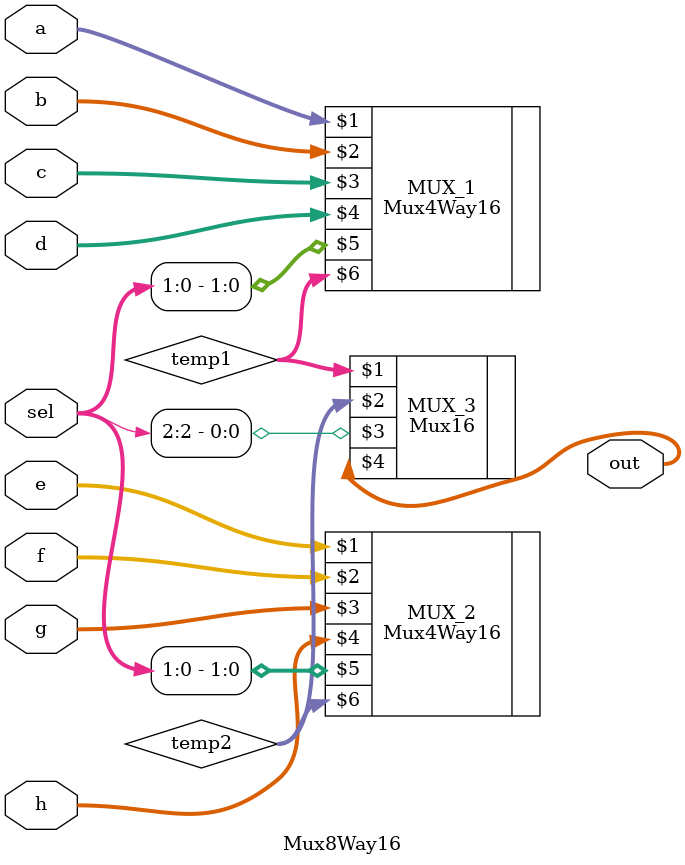
<source format=v>
/**
 * 16-bit multiplexor: 
 * for i = 0..15 out[i] = a[i] if sel == 0 
 *                        b[i] if sel == 1
 */

 
module Mux8Way16(
	input [15:0] a,
	input [15:0] b,
	input [15:0] c,
	input [15:0] d,
	input [15:0] e,
	input [15:0] f,
	input [15:0] g,
	input [15:0] h,
   	input [2:0] sel,
	output [15:0] out
);

	wire [15:0] temp1, temp2;
	Mux4Way16 MUX_1(a, b, c, d, sel[1:0], temp1);
	Mux4Way16 MUX_2(e, f, g, h, sel[1:0], temp2);
	Mux16 MUX_3(temp1, temp2, sel[2], out);

endmodule

</source>
